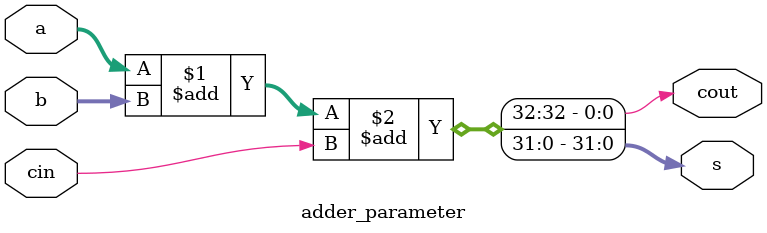
<source format=sv>
module adder_parameter 
#(parameter width = 32)
(
	input logic [width-1:0] a, b,
	input logic cin,
	output logic [width-1:0] s,
	output logic cout
);
	assign {cout, s} = a + b + cin;
endmodule

</source>
